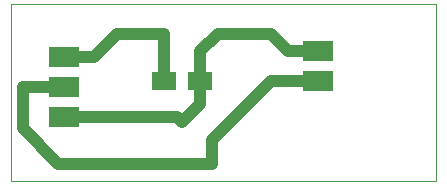
<source format=gbr>
%TF.GenerationSoftware,KiCad,Pcbnew,9.0.7*%
%TF.CreationDate,2026-03-25T12:09:47-05:00*%
%TF.ProjectId,PCB,5043422e-6b69-4636-9164-5f7063625858,rev?*%
%TF.SameCoordinates,Original*%
%TF.FileFunction,Profile,NP*%
%FSLAX46Y46*%
G04 Gerber Fmt 4.6, Leading zero omitted, Abs format (unit mm)*
G04 Created by KiCad (PCBNEW 9.0.7) date 2026-03-25 12:09:47*
%MOMM*%
%LPD*%
G01*
G04 APERTURE LIST*
%TA.AperFunction,Profile*%
%ADD10C,0.050000*%
%TD*%
%TA.AperFunction,SMDPad,CuDef*%
%ADD11R,2.500000X1.700000*%
%TD*%
%TA.AperFunction,SMDPad,CuDef*%
%ADD12R,2.100000X1.600000*%
%TD*%
%TA.AperFunction,Conductor*%
%ADD13C,1.000000*%
%TD*%
G04 APERTURE END LIST*
D10*
X138000000Y-62000000D02*
X174000000Y-62000000D01*
X174000000Y-77000000D01*
X138000000Y-77000000D01*
X138000000Y-62000000D01*
D11*
%TO.P,J2,1,Pin_1*%
%TO.N,/3.3v*%
X142500000Y-66500000D03*
%TO.P,J2,2,Pin_2*%
%TO.N,/gnd*%
X142500000Y-69040000D03*
%TO.P,J2,3,Pin_3*%
%TO.N,/A1*%
X142500000Y-71580000D03*
%TD*%
D12*
%TO.P,R1,1*%
%TO.N,/3.3v*%
X151000000Y-68500000D03*
%TO.P,R1,2*%
%TO.N,/A1*%
X154000000Y-68500000D03*
%TD*%
D11*
%TO.P,J1,1,Pin_1*%
%TO.N,/gnd*%
X164000000Y-68500000D03*
%TO.P,J1,2,Pin_2*%
%TO.N,/A1*%
X164000000Y-65960000D03*
%TD*%
D13*
%TO.N,/3.3v*%
X145000000Y-66500000D02*
X147000000Y-64500000D01*
X147000000Y-64500000D02*
X151000000Y-64500000D01*
X142500000Y-66500000D02*
X145000000Y-66500000D01*
X151000000Y-64500000D02*
X151000000Y-68500000D01*
%TO.N,/gnd*%
X139000000Y-69000000D02*
X139000000Y-72500000D01*
X160000000Y-68500000D02*
X164000000Y-68500000D01*
X139000000Y-72500000D02*
X142000000Y-75500000D01*
X155000000Y-73500000D02*
X160000000Y-68500000D01*
X142000000Y-75500000D02*
X155000000Y-75500000D01*
X142460000Y-69000000D02*
X139000000Y-69000000D01*
X155000000Y-75500000D02*
X155000000Y-73500000D01*
X142500000Y-69040000D02*
X142460000Y-69000000D01*
%TO.N,/A1*%
X160000000Y-64500000D02*
X161460000Y-65960000D01*
X154000000Y-70500000D02*
X152500000Y-72000000D01*
X161460000Y-65960000D02*
X164000000Y-65960000D01*
X154000000Y-68500000D02*
X154000000Y-70500000D01*
X154000000Y-68500000D02*
X154000000Y-66000000D01*
X152500000Y-72000000D02*
X152080000Y-71580000D01*
X154000000Y-66000000D02*
X155500000Y-64500000D01*
X155500000Y-64500000D02*
X160000000Y-64500000D01*
X152080000Y-71580000D02*
X142500000Y-71580000D01*
%TD*%
M02*

</source>
